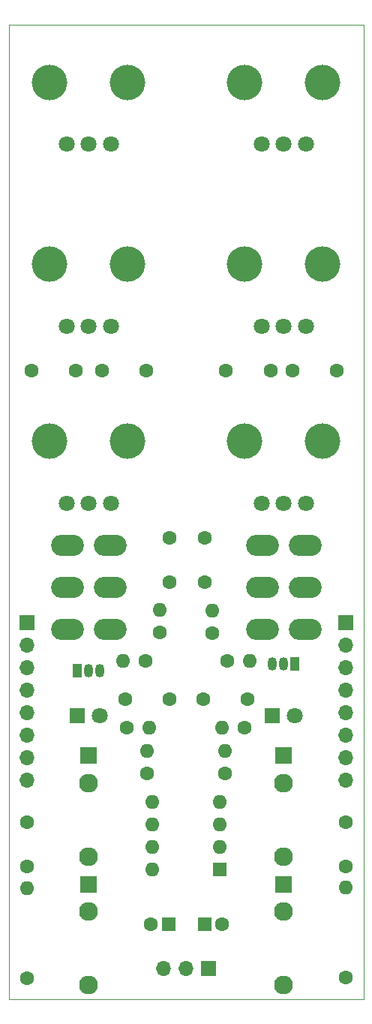
<source format=gbs>
G04 #@! TF.GenerationSoftware,KiCad,Pcbnew,(6.0.6)*
G04 #@! TF.CreationDate,2022-10-26T13:20:39+02:00*
G04 #@! TF.ProjectId,Snare+Hihat,536e6172-652b-4486-9968-61742e6b6963,rev?*
G04 #@! TF.SameCoordinates,Original*
G04 #@! TF.FileFunction,Soldermask,Bot*
G04 #@! TF.FilePolarity,Negative*
%FSLAX46Y46*%
G04 Gerber Fmt 4.6, Leading zero omitted, Abs format (unit mm)*
G04 Created by KiCad (PCBNEW (6.0.6)) date 2022-10-26 13:20:39*
%MOMM*%
%LPD*%
G01*
G04 APERTURE LIST*
G04 #@! TA.AperFunction,Profile*
%ADD10C,0.050000*%
G04 #@! TD*
%ADD11C,1.600000*%
%ADD12R,1.600000X1.600000*%
%ADD13R,1.800000X1.800000*%
%ADD14C,1.800000*%
%ADD15C,4.000000*%
%ADD16R,1.930000X1.830000*%
%ADD17C,2.130000*%
%ADD18R,1.050000X1.500000*%
%ADD19O,1.050000X1.500000*%
%ADD20O,1.600000X1.600000*%
%ADD21O,3.700000X2.400000*%
%ADD22O,1.700000X1.700000*%
%ADD23R,1.700000X1.700000*%
G04 APERTURE END LIST*
D10*
X73000000Y-31000000D02*
X112999999Y-31000000D01*
X112999999Y-31000000D02*
X113000000Y-141000000D01*
X73000000Y-31000000D02*
X73000000Y-141000000D01*
X73000000Y-141000000D02*
X113000000Y-141000000D01*
D11*
X102500000Y-70000000D03*
X97500000Y-70000000D03*
X105000000Y-70000000D03*
X110000000Y-70000000D03*
X95100000Y-88900000D03*
X95100000Y-93900000D03*
D12*
X95044888Y-132500000D03*
D11*
X97044888Y-132500000D03*
D12*
X91000000Y-132500000D03*
D11*
X89000000Y-132500000D03*
X80500000Y-70000000D03*
X75500000Y-70000000D03*
X111000000Y-121000000D03*
X111000000Y-126000000D03*
X83500000Y-70000000D03*
X88500000Y-70000000D03*
X91100000Y-88900000D03*
X91100000Y-93900000D03*
X75000000Y-121000000D03*
X75000000Y-126000000D03*
D13*
X102725000Y-109000000D03*
D14*
X105265000Y-109000000D03*
D13*
X80725000Y-109000000D03*
D14*
X83265000Y-109000000D03*
D15*
X77600000Y-37500000D03*
X86400000Y-37500000D03*
D14*
X84500000Y-44500000D03*
X82000000Y-44500000D03*
X79500000Y-44500000D03*
D16*
X82000000Y-113500000D03*
D17*
X82000000Y-124900000D03*
X82000000Y-116600000D03*
D16*
X104000000Y-128000000D03*
D17*
X104000000Y-139400000D03*
X104000000Y-131100000D03*
D16*
X82000000Y-128000000D03*
D17*
X82000000Y-139400000D03*
X82000000Y-131100000D03*
D18*
X105270000Y-103140000D03*
D19*
X104000000Y-103140000D03*
X102730000Y-103140000D03*
D18*
X80730000Y-103860000D03*
D19*
X82000000Y-103860000D03*
X83270000Y-103860000D03*
D11*
X97600000Y-102800000D03*
D20*
X100140000Y-102800000D03*
D11*
X95950000Y-99640000D03*
D20*
X95950000Y-97100000D03*
D11*
X111000000Y-138500000D03*
D20*
X111000000Y-128340000D03*
D11*
X88400000Y-102800000D03*
D20*
X85860000Y-102800000D03*
D11*
X90000000Y-99600000D03*
D20*
X90000000Y-97060000D03*
D11*
X75000000Y-138580000D03*
D20*
X75000000Y-128420000D03*
D15*
X86400000Y-58050000D03*
X77600000Y-58050000D03*
D14*
X84500000Y-65050000D03*
X82000000Y-65050000D03*
X79500000Y-65050000D03*
D15*
X99600000Y-37500000D03*
X108400000Y-37500000D03*
D14*
X106500000Y-44500000D03*
X104000000Y-44500000D03*
X101500000Y-44500000D03*
D15*
X108400000Y-58050000D03*
X99600000Y-58050000D03*
D14*
X106500000Y-65050000D03*
X104000000Y-65050000D03*
X101500000Y-65050000D03*
D15*
X99600000Y-78000000D03*
X108400000Y-78000000D03*
D14*
X106500000Y-85000000D03*
X104000000Y-85000000D03*
X101500000Y-85000000D03*
D15*
X86400000Y-78000000D03*
X77600000Y-78000000D03*
D14*
X84500000Y-85000000D03*
X82000000Y-85000000D03*
X79500000Y-85000000D03*
D16*
X104000000Y-113500000D03*
D17*
X104000000Y-124900000D03*
X104000000Y-116600000D03*
D21*
X101600000Y-89800000D03*
X101600000Y-94500000D03*
X101600000Y-99200000D03*
X106400000Y-89800000D03*
X106400000Y-94500000D03*
X106400000Y-99200000D03*
X79600000Y-89800000D03*
X79600000Y-94500000D03*
X79600000Y-99200000D03*
X84400000Y-89800000D03*
X84400000Y-94500000D03*
X84400000Y-99200000D03*
D12*
X96800000Y-126300000D03*
D20*
X96800000Y-123760000D03*
X96800000Y-121220000D03*
X96800000Y-118680000D03*
X89180000Y-118680000D03*
X89180000Y-121220000D03*
X89180000Y-123760000D03*
X89180000Y-126300000D03*
D11*
X97400000Y-115500000D03*
D20*
X97400000Y-112960000D03*
D11*
X91100000Y-107100000D03*
X86100000Y-107100000D03*
X86305000Y-110300000D03*
D20*
X88845000Y-110300000D03*
D11*
X99595000Y-110300000D03*
D20*
X97055000Y-110300000D03*
D11*
X88600000Y-115500000D03*
D20*
X88600000Y-112960000D03*
D11*
X94900000Y-107100000D03*
X99900000Y-107100000D03*
D22*
X75000000Y-116240000D03*
X75000000Y-113700000D03*
X75000000Y-111160000D03*
X75000000Y-108620000D03*
X75000000Y-106080000D03*
X75000000Y-103540000D03*
X75000000Y-101000000D03*
D23*
X75000000Y-98460000D03*
X111000000Y-98460000D03*
D22*
X111000000Y-101000000D03*
X111000000Y-103540000D03*
X111000000Y-106080000D03*
X111000000Y-108620000D03*
X111000000Y-111160000D03*
X111000000Y-113700000D03*
X111000000Y-116240000D03*
D23*
X95525000Y-137475000D03*
D22*
X92985000Y-137475000D03*
X90445000Y-137475000D03*
M02*

</source>
